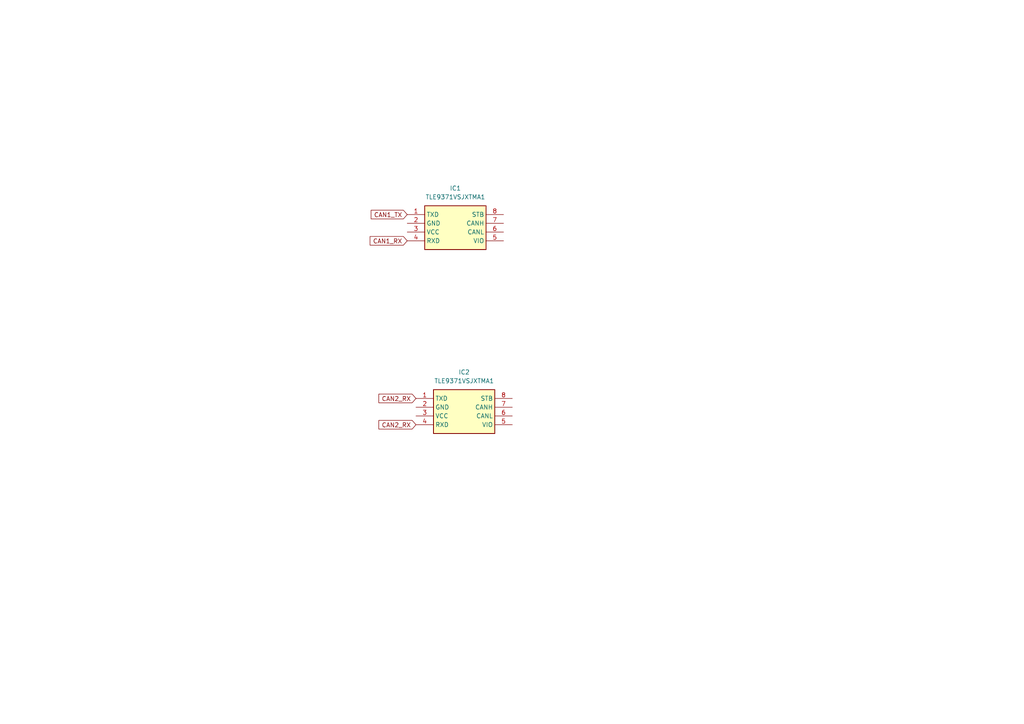
<source format=kicad_sch>
(kicad_sch (version 20250114) (generator "eeschema") (generator_version "9.0")
  (paper "A4")
  (lib_symbols
    (symbol "TLE9371VSJXTMA1:TLE9371VSJXTMA1"
      (property "Reference" "IC" (at 24.13 7.62 0))
      (property "Value" "TLE9371VSJXTMA1" (at 24.13 5.08 0))
      (symbol "TLE9371VSJXTMA1_1_1"
        (rectangle (start 5.08 2.54) (end 22.86 -10.16) (stroke (width 0.254)) (fill (type background)))
        (pin passive line (at 0 0 0) (length 5.08) (name "TXD") (number "1"))
        (pin passive line (at 0 -2.54 0) (length 5.08) (name "GND") (number "2"))
        (pin passive line (at 0 -5.08 0) (length 5.08) (name "VCC") (number "3"))
        (pin passive line (at 0 -7.62 0) (length 5.08) (name "RXD") (number "4"))
        (pin passive line (at 27.94 0 180) (length 5.08) (name "STB") (number "8"))
        (pin passive line (at 27.94 -2.54 180) (length 5.08) (name "CANH") (number "7"))
        (pin passive line (at 27.94 -5.08 180) (length 5.08) (name "CANL") (number "6"))
        (pin passive line (at 27.94 -7.62 180) (length 5.08) (name "VIO") (number "5"))
      )
    )
  )
  (global_label "CAN1_RX" (shape input) (at 118.11 69.85 180) (property "Intersheetrefs" "${INTERSHEET_REFS}" (effects (hide yes))))
  (global_label "CAN2_RX" (shape input) (at 120.65 123.19 180) (property "Intersheetrefs" "${INTERSHEET_REFS}" (effects (hide yes))))
  (global_label "CAN1_TX" (shape input) (at 118.11 62.23 180) (property "Intersheetrefs" "${INTERSHEET_REFS}" (effects (hide yes))))
  (global_label "CAN2_RX" (shape input) (at 120.65 115.57 180) (property "Intersheetrefs" "${INTERSHEET_REFS}" (effects (hide yes))))
  (symbol (lib_id "TLE9371VSJXTMA1:TLE9371VSJXTMA1") (at 118.11 62.23 0) (unit 1)
    (property "Reference" "IC1" (at 132.08 54.61 0))
    (property "Value" "TLE9371VSJXTMA1" (at 132.08 57.15 0))
    (property "Footprint" "TLE9371VSJXTMA1:SOIC127P602X173-8N" (effects (hide yes)))
    (property "Description" "CAN Interface IC" (effects (hide yes)))
    (property "Height" "1.73" (effects (hide yes)))
    (property "Mouser Part Number" "726-TLE9371VSJXTMA1" (effects (hide yes)))
    (property "Mouser Price/Stock" "https://www.mouser.co.uk/ProductDetail/Infineon-Technologies/TLE9371VSJXTMA1?qs=8Wlm6%252BaMh8TuJDKUfdbVRw%3D%3D" (effects (hide yes)))
    (property "Manufacturer_Name" "Infineon" (effects (hide yes)))
    (property "Manufacturer_Part_Number" "TLE9371VSJXTMA1" (effects (hide yes)))
  )
  (symbol (lib_id "TLE9371VSJXTMA1:TLE9371VSJXTMA1") (at 120.65 115.57 0) (unit 1)
    (property "Reference" "IC2" (at 134.62 107.95 0))
    (property "Value" "TLE9371VSJXTMA1" (at 134.62 110.49 0))
    (property "Footprint" "TLE9371VSJXTMA1:SOIC127P602X173-8N" (effects (hide yes)))
    (property "Description" "CAN Interface IC" (effects (hide yes)))
    (property "Height" "1.73" (effects (hide yes)))
    (property "Mouser Part Number" "726-TLE9371VSJXTMA1" (effects (hide yes)))
    (property "Mouser Price/Stock" "https://www.mouser.co.uk/ProductDetail/Infineon-Technologies/TLE9371VSJXTMA1?qs=8Wlm6%252BaMh8TuJDKUfdbVRw%3D%3D" (effects (hide yes)))
    (property "Manufacturer_Name" "Infineon" (effects (hide yes)))
    (property "Manufacturer_Part_Number" "TLE9371VSJXTMA1" (effects (hide yes)))
  )
)
</source>
